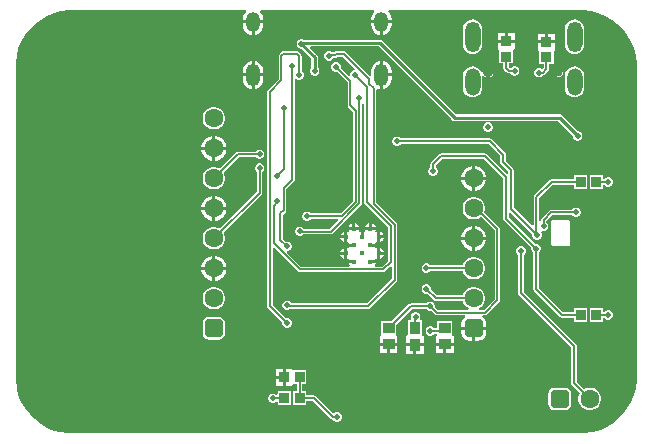
<source format=gbl>
G04*
G04 #@! TF.GenerationSoftware,Altium Limited,Altium Designer,25.2.1 (25)*
G04*
G04 Layer_Physical_Order=2*
G04 Layer_Color=16711680*
%FSLAX25Y25*%
%MOIN*%
G70*
G04*
G04 #@! TF.SameCoordinates,19AB45F0-FF71-4E06-AC9F-8C434743CFD0*
G04*
G04*
G04 #@! TF.FilePolarity,Positive*
G04*
G01*
G75*
%ADD17C,0.01000*%
%ADD22R,0.03347X0.03740*%
%ADD25R,0.03740X0.03347*%
%ADD31R,0.03937X0.03543*%
%ADD33R,0.03812X0.03963*%
G04:AMPARAMS|DCode=68|XSize=33.47mil|YSize=23.62mil|CornerRadius=11.81mil|HoleSize=0mil|Usage=FLASHONLY|Rotation=180.000|XOffset=0mil|YOffset=0mil|HoleType=Round|Shape=RoundedRectangle|*
%AMROUNDEDRECTD68*
21,1,0.03347,0.00000,0,0,180.0*
21,1,0.00984,0.02362,0,0,180.0*
1,1,0.02362,-0.00492,0.00000*
1,1,0.02362,0.00492,0.00000*
1,1,0.02362,0.00492,0.00000*
1,1,0.02362,-0.00492,0.00000*
%
%ADD68ROUNDEDRECTD68*%
%ADD69C,0.02362*%
G04:AMPARAMS|DCode=70|XSize=51.18mil|YSize=102.36mil|CornerRadius=25.59mil|HoleSize=0mil|Usage=FLASHONLY|Rotation=180.000|XOffset=0mil|YOffset=0mil|HoleType=Round|Shape=RoundedRectangle|*
%AMROUNDEDRECTD70*
21,1,0.05118,0.05118,0,0,180.0*
21,1,0.00000,0.10236,0,0,180.0*
1,1,0.05118,0.00000,0.02559*
1,1,0.05118,0.00000,0.02559*
1,1,0.05118,0.00000,-0.02559*
1,1,0.05118,0.00000,-0.02559*
%
%ADD70ROUNDEDRECTD70*%
G04:AMPARAMS|DCode=71|XSize=51.18mil|YSize=90.55mil|CornerRadius=25.59mil|HoleSize=0mil|Usage=FLASHONLY|Rotation=180.000|XOffset=0mil|YOffset=0mil|HoleType=Round|Shape=RoundedRectangle|*
%AMROUNDEDRECTD71*
21,1,0.05118,0.03937,0,0,180.0*
21,1,0.00000,0.09055,0,0,180.0*
1,1,0.05118,0.00000,0.01968*
1,1,0.05118,0.00000,0.01968*
1,1,0.05118,0.00000,-0.01968*
1,1,0.05118,0.00000,-0.01968*
%
%ADD71ROUNDEDRECTD71*%
%ADD75C,0.00600*%
%ADD76C,0.01575*%
%ADD77C,0.06299*%
G04:AMPARAMS|DCode=78|XSize=62.99mil|YSize=62.99mil|CornerRadius=15.75mil|HoleSize=0mil|Usage=FLASHONLY|Rotation=0.000|XOffset=0mil|YOffset=0mil|HoleType=Round|Shape=RoundedRectangle|*
%AMROUNDEDRECTD78*
21,1,0.06299,0.03150,0,0,0.0*
21,1,0.03150,0.06299,0,0,0.0*
1,1,0.03150,0.01575,-0.01575*
1,1,0.03150,-0.01575,-0.01575*
1,1,0.03150,-0.01575,0.01575*
1,1,0.03150,0.01575,0.01575*
%
%ADD78ROUNDEDRECTD78*%
%ADD79O,0.04724X0.07480*%
%ADD80O,0.04724X0.06693*%
G04:AMPARAMS|DCode=81|XSize=62.99mil|YSize=62.99mil|CornerRadius=15.75mil|HoleSize=0mil|Usage=FLASHONLY|Rotation=90.000|XOffset=0mil|YOffset=0mil|HoleType=Round|Shape=RoundedRectangle|*
%AMROUNDEDRECTD81*
21,1,0.06299,0.03150,0,0,90.0*
21,1,0.03150,0.06299,0,0,90.0*
1,1,0.03150,0.01575,0.01575*
1,1,0.03150,0.01575,-0.01575*
1,1,0.03150,-0.01575,-0.01575*
1,1,0.03150,-0.01575,0.01575*
%
%ADD81ROUNDEDRECTD81*%
%ADD82C,0.01968*%
G36*
X192668Y141591D02*
X195059Y140950D01*
X197346Y140003D01*
X199489Y138765D01*
X201453Y137258D01*
X203203Y135508D01*
X204710Y133544D01*
X205948Y131401D01*
X206895Y129114D01*
X207536Y126723D01*
X207859Y124269D01*
Y123031D01*
Y19685D01*
Y18447D01*
X207536Y15993D01*
X206895Y13602D01*
X205948Y11316D01*
X204710Y9172D01*
X203203Y7208D01*
X201453Y5458D01*
X199489Y3951D01*
X197346Y2714D01*
X195059Y1767D01*
X192668Y1126D01*
X190214Y803D01*
X18447D01*
X15993Y1126D01*
X13602Y1767D01*
X11316Y2714D01*
X9172Y3951D01*
X7208Y5458D01*
X5458Y7208D01*
X3951Y9172D01*
X2714Y11316D01*
X1767Y13602D01*
X1126Y15993D01*
X803Y18447D01*
Y19685D01*
Y123031D01*
Y124269D01*
X1126Y126723D01*
X1767Y129114D01*
X2714Y131401D01*
X3951Y133544D01*
X5458Y135508D01*
X7208Y137258D01*
X9172Y138765D01*
X11316Y140003D01*
X13602Y140950D01*
X15993Y141591D01*
X18447Y141914D01*
X77503D01*
X77673Y141414D01*
X77622Y141374D01*
X77083Y140672D01*
X76744Y139854D01*
X76629Y138976D01*
Y138492D01*
X80020D01*
X83411D01*
Y138976D01*
X83296Y139854D01*
X82957Y140672D01*
X82418Y141374D01*
X82366Y141414D01*
X82536Y141914D01*
X120220D01*
X120390Y141414D01*
X120338Y141374D01*
X119799Y140672D01*
X119460Y139854D01*
X119345Y138976D01*
Y138492D01*
X122736D01*
X126127D01*
Y138976D01*
X126012Y139854D01*
X125673Y140672D01*
X125134Y141374D01*
X125083Y141414D01*
X125253Y141914D01*
X190214D01*
X192668Y141591D01*
D02*
G37*
%LPC*%
G36*
X79520Y137492D02*
X76629D01*
Y137008D01*
X76744Y136130D01*
X77083Y135312D01*
X77622Y134610D01*
X78324Y134071D01*
X79142Y133732D01*
X79520Y133683D01*
Y137492D01*
D02*
G37*
G36*
X126127D02*
X123236D01*
Y133683D01*
X123614Y133732D01*
X124432Y134071D01*
X125134Y134610D01*
X125673Y135312D01*
X126012Y136130D01*
X126127Y137008D01*
Y137492D01*
D02*
G37*
G36*
X122236D02*
X119345D01*
Y137008D01*
X119460Y136130D01*
X119799Y135312D01*
X120338Y134610D01*
X121041Y134071D01*
X121859Y133732D01*
X122236Y133683D01*
Y137492D01*
D02*
G37*
G36*
X83411D02*
X80520D01*
Y133683D01*
X80897Y133732D01*
X81715Y134071D01*
X82418Y134610D01*
X82957Y135312D01*
X83296Y136130D01*
X83411Y137008D01*
Y137492D01*
D02*
G37*
G36*
X167240Y134169D02*
X164870D01*
Y131996D01*
X167240D01*
Y134169D01*
D02*
G37*
G36*
X163870D02*
X161500D01*
Y131996D01*
X163870D01*
Y134169D01*
D02*
G37*
G36*
X180626Y134012D02*
X178256D01*
Y131839D01*
X180626D01*
Y134012D01*
D02*
G37*
G36*
X177256D02*
X174886D01*
Y131839D01*
X177256D01*
Y134012D01*
D02*
G37*
G36*
X187178Y138796D02*
X186354Y138688D01*
X185585Y138369D01*
X184925Y137863D01*
X184419Y137203D01*
X184101Y136435D01*
X183992Y135610D01*
Y130492D01*
X184101Y129667D01*
X184419Y128899D01*
X184925Y128239D01*
X185585Y127733D01*
X186354Y127414D01*
X187178Y127306D01*
X188003Y127414D01*
X188771Y127733D01*
X189431Y128239D01*
X189938Y128899D01*
X190256Y129667D01*
X190365Y130492D01*
Y135610D01*
X190256Y136435D01*
X189938Y137203D01*
X189431Y137863D01*
X188771Y138369D01*
X188003Y138688D01*
X187178Y138796D01*
D02*
G37*
G36*
X153163D02*
X152338Y138688D01*
X151569Y138369D01*
X150909Y137863D01*
X150403Y137203D01*
X150085Y136435D01*
X149976Y135610D01*
Y130492D01*
X150085Y129667D01*
X150403Y128899D01*
X150909Y128239D01*
X151569Y127733D01*
X152338Y127414D01*
X153163Y127306D01*
X153987Y127414D01*
X154756Y127733D01*
X155416Y128239D01*
X155922Y128899D01*
X156240Y129667D01*
X156349Y130492D01*
Y135610D01*
X156240Y136435D01*
X155922Y137203D01*
X155416Y137863D01*
X154756Y138369D01*
X153987Y138688D01*
X153163Y138796D01*
D02*
G37*
G36*
X180626Y130839D02*
X177756D01*
X174886D01*
Y128666D01*
X174999D01*
X175386Y128394D01*
X175386Y128166D01*
Y124047D01*
X176839D01*
Y122676D01*
X176342Y122179D01*
X176135Y122387D01*
X175553Y122628D01*
X174923D01*
X174342Y122387D01*
X173896Y121942D01*
X173655Y121360D01*
Y120730D01*
X173896Y120149D01*
X174342Y119704D01*
X174923Y119463D01*
X175553D01*
X176135Y119704D01*
X176572Y120141D01*
X176857Y120198D01*
X177155Y120396D01*
X178405Y121647D01*
X178604Y121944D01*
X178674Y122295D01*
Y124047D01*
X180126D01*
Y128166D01*
X180126Y128394D01*
X180514Y128666D01*
X180626D01*
Y130839D01*
D02*
G37*
G36*
X123236Y124979D02*
Y120776D01*
X126127D01*
Y121653D01*
X126012Y122531D01*
X125673Y123349D01*
X125134Y124051D01*
X124432Y124590D01*
X123614Y124929D01*
X123236Y124979D01*
D02*
G37*
G36*
X80520Y124979D02*
Y120776D01*
X83411D01*
Y121653D01*
X83296Y122531D01*
X82957Y123349D01*
X82418Y124051D01*
X81715Y124590D01*
X80897Y124929D01*
X80520Y124979D01*
D02*
G37*
G36*
X79520Y124979D02*
X79142Y124929D01*
X78324Y124590D01*
X77622Y124051D01*
X77083Y123349D01*
X76744Y122531D01*
X76629Y121653D01*
Y120776D01*
X79520D01*
Y124979D01*
D02*
G37*
G36*
X105639Y128263D02*
X105009D01*
X104427Y128022D01*
X103982Y127577D01*
X103741Y126995D01*
Y126365D01*
X103982Y125784D01*
X104427Y125338D01*
X105009Y125098D01*
X105639D01*
X106220Y125338D01*
X106666Y125784D01*
X106765Y126024D01*
X107147D01*
X107498Y126094D01*
X107796Y126293D01*
X107888Y126386D01*
X109915D01*
X113942Y122358D01*
X113735Y121858D01*
X113662D01*
X113080Y121617D01*
X112635Y121172D01*
X112394Y120590D01*
Y120221D01*
X111894Y120014D01*
X109260Y122648D01*
Y123248D01*
X109019Y123830D01*
X108574Y124275D01*
X107992Y124516D01*
X107362D01*
X106781Y124275D01*
X106335Y123830D01*
X106095Y123248D01*
Y122618D01*
X106335Y122037D01*
X106781Y121591D01*
X107362Y121350D01*
X107962D01*
X111484Y117829D01*
Y110321D01*
X111554Y109970D01*
X111753Y109672D01*
X113395Y108030D01*
Y78369D01*
X109132Y74107D01*
X99253D01*
X98829Y74531D01*
X98248Y74772D01*
X97618D01*
X97036Y74531D01*
X96591Y74086D01*
X96350Y73504D01*
Y72874D01*
X96591Y72293D01*
X97036Y71847D01*
X97618Y71606D01*
X98248D01*
X98829Y71847D01*
X99253Y72272D01*
X108199D01*
X108390Y71810D01*
X105543Y68962D01*
X96854D01*
X96834Y69012D01*
X96389Y69457D01*
X95807Y69698D01*
X95177D01*
X94595Y69457D01*
X94150Y69012D01*
X93909Y68431D01*
Y67801D01*
X94150Y67219D01*
X94595Y66774D01*
X95177Y66533D01*
X95807D01*
X96389Y66774D01*
X96742Y67127D01*
X105923D01*
X106274Y67197D01*
X106572Y67396D01*
X116061Y76885D01*
X116260Y77183D01*
X116330Y77534D01*
Y110840D01*
X116515Y110976D01*
X117015Y110722D01*
Y77835D01*
X117085Y77483D01*
X117284Y77186D01*
X124968Y69502D01*
Y58353D01*
X123045Y56429D01*
X120688D01*
X120481Y56929D01*
X120610Y57059D01*
X120822Y57571D01*
X119095D01*
Y58571D01*
X120822D01*
X120719Y58820D01*
X121102Y59202D01*
X121351Y59099D01*
Y60827D01*
Y62555D01*
X121102Y62452D01*
X120719Y62834D01*
X120822Y63083D01*
X119095D01*
Y64083D01*
X120822D01*
X120719Y64331D01*
X121102Y64714D01*
X121351Y64611D01*
Y66339D01*
Y68066D01*
X121102Y67963D01*
X120719Y68346D01*
X120822Y68595D01*
X119095D01*
X117367D01*
X117470Y68346D01*
X117087Y67963D01*
X116839Y68066D01*
Y66339D01*
X115839D01*
Y68066D01*
X115590Y67963D01*
X115207Y68346D01*
X115310Y68595D01*
X113583D01*
X111855D01*
X111958Y68346D01*
X111576Y67963D01*
X111327Y68066D01*
Y66339D01*
Y64611D01*
X111575Y64714D01*
X111958Y64332D01*
X111855Y64083D01*
X113583D01*
Y63083D01*
X111855D01*
X111958Y62834D01*
X111576Y62451D01*
X111327Y62555D01*
Y60827D01*
Y59099D01*
X111576Y59202D01*
X111958Y58820D01*
X111855Y58571D01*
X113583D01*
Y57571D01*
X111855D01*
X112067Y57059D01*
X112197Y56929D01*
X111989Y56429D01*
X95909D01*
X91232Y61106D01*
X91439Y61607D01*
X91572D01*
X92154Y61847D01*
X92599Y62293D01*
X92840Y62874D01*
Y63504D01*
X92599Y64086D01*
X92154Y64531D01*
X91572Y64772D01*
X90973D01*
X90000Y65744D01*
Y73755D01*
X90847Y74602D01*
X91046Y74900D01*
X91116Y75251D01*
Y82298D01*
X93582Y84763D01*
X93781Y85061D01*
X93851Y85412D01*
Y118850D01*
X94351Y119057D01*
X94473Y118934D01*
X95055Y118693D01*
X95685D01*
X96267Y118934D01*
X96712Y119379D01*
X96953Y119961D01*
Y120590D01*
X96712Y121172D01*
X96267Y121617D01*
X96135Y121672D01*
Y126713D01*
X96065Y127064D01*
X95866Y127362D01*
X95275Y127952D01*
X94978Y128151D01*
X94627Y128221D01*
X90042D01*
X89691Y128151D01*
X89393Y127952D01*
X88802Y127362D01*
X88604Y127064D01*
X88534Y126713D01*
Y118853D01*
X84981Y115301D01*
X84782Y115003D01*
X84712Y114652D01*
Y43335D01*
X84782Y42984D01*
X84981Y42687D01*
X89784Y37883D01*
Y37284D01*
X90025Y36702D01*
X90470Y36257D01*
X91052Y36016D01*
X91682D01*
X92264Y36257D01*
X92709Y36702D01*
X92950Y37284D01*
Y37913D01*
X92709Y38495D01*
X92264Y38940D01*
X91682Y39181D01*
X91082D01*
X86548Y43716D01*
Y62542D01*
X87010Y62734D01*
X94880Y54863D01*
X95178Y54664D01*
X95529Y54594D01*
X123425D01*
X123776Y54664D01*
X124074Y54863D01*
X125797Y56586D01*
X126259Y56394D01*
Y52478D01*
X117887Y44107D01*
X92838D01*
X92709Y44419D01*
X92264Y44864D01*
X91682Y45105D01*
X91052D01*
X90470Y44864D01*
X90025Y44419D01*
X89784Y43837D01*
Y43208D01*
X90025Y42626D01*
X90470Y42181D01*
X91052Y41940D01*
X91682D01*
X92264Y42181D01*
X92354Y42272D01*
X118268D01*
X118619Y42341D01*
X118916Y42540D01*
X127825Y51449D01*
X128024Y51747D01*
X128094Y52098D01*
Y68898D01*
Y70147D01*
X128024Y70498D01*
X127825Y70796D01*
X121116Y77505D01*
Y115388D01*
X121616Y115722D01*
X121859Y115622D01*
X122236Y115572D01*
Y120276D01*
Y124979D01*
X121859Y124929D01*
X121041Y124590D01*
X120338Y124051D01*
X119799Y123349D01*
X119460Y122531D01*
X119345Y121653D01*
Y120204D01*
X118883Y120013D01*
X110944Y127952D01*
X110646Y128151D01*
X110295Y128221D01*
X107508D01*
X107157Y128151D01*
X106859Y127952D01*
X106767Y127860D01*
X106383D01*
X106220Y128022D01*
X105639Y128263D01*
D02*
G37*
G36*
X167240Y130996D02*
X164370D01*
X161500D01*
Y128823D01*
X161612D01*
X162000Y128551D01*
X162000Y128323D01*
Y124205D01*
X163452D01*
Y122617D01*
X163522Y122266D01*
X163721Y121968D01*
X164280Y121409D01*
X164325Y121379D01*
X164595Y121109D01*
X164893Y120910D01*
X165244Y120841D01*
X165724D01*
X165786Y120690D01*
X166232Y120245D01*
X166813Y120004D01*
X167443D01*
X168025Y120245D01*
X168470Y120690D01*
X168711Y121272D01*
Y121901D01*
X168470Y122483D01*
X168025Y122928D01*
X167443Y123169D01*
X166813D01*
X166232Y122928D01*
X165979Y122676D01*
X165624D01*
X165593Y122707D01*
X165548Y122737D01*
X165288Y122997D01*
Y124205D01*
X166740D01*
Y128323D01*
X166740Y128551D01*
X167128Y128823D01*
X167240D01*
Y130996D01*
D02*
G37*
G36*
X182217Y122027D02*
X181747D01*
X181313Y121847D01*
X180980Y121515D01*
X180800Y121081D01*
Y120611D01*
X180980Y120177D01*
X181313Y119845D01*
X181747Y119665D01*
X182217D01*
X182651Y119845D01*
X182983Y120177D01*
X183163Y120611D01*
Y121081D01*
X182983Y121515D01*
X182651Y121847D01*
X182217Y122027D01*
D02*
G37*
G36*
X153163Y123147D02*
X152338Y123038D01*
X151569Y122720D01*
X150909Y122213D01*
X150403Y121553D01*
X150085Y120785D01*
X149976Y119960D01*
Y116023D01*
X150085Y115199D01*
X150403Y114430D01*
X150909Y113770D01*
X151569Y113264D01*
X152338Y112945D01*
X153163Y112837D01*
X153987Y112945D01*
X154756Y113264D01*
X155416Y113770D01*
X155922Y114430D01*
X156240Y115199D01*
X156349Y116023D01*
Y119960D01*
X156407Y120005D01*
X157016Y119995D01*
X157406Y119734D01*
X157867Y119642D01*
X158852D01*
X159312Y119734D01*
X159703Y119995D01*
X159964Y120385D01*
X160056Y120846D01*
X159964Y121307D01*
X159703Y121698D01*
X159312Y121959D01*
X158852Y122050D01*
X157867D01*
X157406Y121959D01*
X157016Y121698D01*
X156755Y121307D01*
X156693Y120998D01*
X156173Y120947D01*
X155922Y121553D01*
X155416Y122213D01*
X154756Y122720D01*
X153987Y123038D01*
X153163Y123147D01*
D02*
G37*
G36*
X79520Y119776D02*
X76629D01*
Y118898D01*
X76744Y118020D01*
X77083Y117202D01*
X77622Y116500D01*
X78324Y115961D01*
X79142Y115622D01*
X79520Y115572D01*
Y119776D01*
D02*
G37*
G36*
X126127D02*
X123236D01*
Y115572D01*
X123614Y115622D01*
X124432Y115961D01*
X125134Y116500D01*
X125673Y117202D01*
X126012Y118020D01*
X126127Y118898D01*
Y119776D01*
D02*
G37*
G36*
X83411D02*
X80520D01*
Y115572D01*
X80897Y115622D01*
X81715Y115961D01*
X82418Y116500D01*
X82957Y117202D01*
X83296Y118020D01*
X83411Y118898D01*
Y119776D01*
D02*
G37*
G36*
X187178Y123147D02*
X186354Y123038D01*
X185585Y122720D01*
X184925Y122213D01*
X184419Y121553D01*
X184101Y120785D01*
X183992Y119960D01*
Y116023D01*
X184101Y115199D01*
X184419Y114430D01*
X184925Y113770D01*
X185585Y113264D01*
X186354Y112945D01*
X187178Y112837D01*
X188003Y112945D01*
X188771Y113264D01*
X189431Y113770D01*
X189938Y114430D01*
X190256Y115199D01*
X190365Y116023D01*
Y119960D01*
X190256Y120785D01*
X189938Y121553D01*
X189431Y122213D01*
X188771Y122720D01*
X188003Y123038D01*
X187178Y123147D01*
D02*
G37*
G36*
X67423Y109616D02*
X66436D01*
X65482Y109360D01*
X64627Y108867D01*
X63929Y108168D01*
X63435Y107314D01*
X63180Y106360D01*
Y105373D01*
X63435Y104419D01*
X63929Y103564D01*
X64627Y102866D01*
X65482Y102372D01*
X66436Y102117D01*
X67423D01*
X68376Y102372D01*
X69231Y102866D01*
X69930Y103564D01*
X70423Y104419D01*
X70679Y105373D01*
Y106360D01*
X70423Y107314D01*
X69930Y108168D01*
X69231Y108867D01*
X68376Y109360D01*
X67423Y109616D01*
D02*
G37*
G36*
X158656Y104448D02*
X158026D01*
X157444Y104208D01*
X156999Y103762D01*
X156758Y103181D01*
Y102551D01*
X156999Y101969D01*
X157444Y101524D01*
X158026Y101283D01*
X158656D01*
X159237Y101524D01*
X159683Y101969D01*
X159924Y102551D01*
Y103181D01*
X159683Y103762D01*
X159237Y104208D01*
X158656Y104448D01*
D02*
G37*
G36*
X96433Y132205D02*
X95803D01*
X95221Y131964D01*
X94776Y131519D01*
X94535Y130937D01*
Y130307D01*
X94776Y129726D01*
X95221Y129280D01*
X95803Y129040D01*
X96114D01*
X99357Y125797D01*
Y122694D01*
X99136Y122474D01*
X98895Y121892D01*
Y121262D01*
X99136Y120681D01*
X99581Y120235D01*
X100163Y119994D01*
X100793D01*
X101374Y120235D01*
X101820Y120681D01*
X102061Y121262D01*
Y121892D01*
X101820Y122474D01*
X101600Y122694D01*
Y126262D01*
X101514Y126691D01*
X101271Y127055D01*
X101271Y127055D01*
X99004Y129322D01*
X99196Y129784D01*
X121935D01*
X146422Y105297D01*
X146785Y105054D01*
X147215Y104969D01*
X147215Y104969D01*
X181665D01*
X186542Y100092D01*
Y99648D01*
X186783Y99067D01*
X187229Y98621D01*
X187810Y98381D01*
X188440D01*
X189022Y98621D01*
X189467Y99067D01*
X189708Y99648D01*
Y100278D01*
X189467Y100860D01*
X189022Y101305D01*
X188440Y101546D01*
X188260D01*
X182923Y106884D01*
X182559Y107127D01*
X182130Y107212D01*
X182130Y107212D01*
X147679D01*
X123193Y131698D01*
X122829Y131942D01*
X122400Y132027D01*
X122400Y132027D01*
X96862D01*
X96433Y132205D01*
D02*
G37*
G36*
X67475Y100016D02*
X67429D01*
Y96366D01*
X71079D01*
Y96412D01*
X70796Y97468D01*
X70250Y98414D01*
X69477Y99187D01*
X68531Y99733D01*
X67475Y100016D01*
D02*
G37*
G36*
X66429D02*
X66383D01*
X65328Y99733D01*
X64381Y99187D01*
X63609Y98414D01*
X63062Y97468D01*
X62780Y96412D01*
Y96366D01*
X66429D01*
Y100016D01*
D02*
G37*
G36*
X82447Y95431D02*
X81818D01*
X81236Y95190D01*
X80812Y94766D01*
X74912D01*
X74560Y94696D01*
X74263Y94497D01*
X68851Y89086D01*
X68376Y89360D01*
X67423Y89616D01*
X66436D01*
X65482Y89360D01*
X64627Y88867D01*
X63929Y88169D01*
X63435Y87313D01*
X63180Y86360D01*
Y85373D01*
X63435Y84419D01*
X63929Y83564D01*
X64627Y82866D01*
X65482Y82372D01*
X66436Y82117D01*
X67423D01*
X68376Y82372D01*
X69231Y82866D01*
X69930Y83564D01*
X70423Y84419D01*
X70679Y85373D01*
Y86360D01*
X70423Y87313D01*
X70149Y87788D01*
X75292Y92931D01*
X80812D01*
X81236Y92507D01*
X81818Y92266D01*
X82447D01*
X83029Y92507D01*
X83474Y92952D01*
X83715Y93534D01*
Y94163D01*
X83474Y94745D01*
X83029Y95190D01*
X82447Y95431D01*
D02*
G37*
G36*
X71079Y95366D02*
X67429D01*
Y91717D01*
X67475D01*
X68531Y91999D01*
X69477Y92546D01*
X70250Y93318D01*
X70796Y94265D01*
X71079Y95320D01*
Y95366D01*
D02*
G37*
G36*
X66429D02*
X62780D01*
Y95320D01*
X63062Y94265D01*
X63609Y93318D01*
X64381Y92546D01*
X65328Y91999D01*
X66383Y91717D01*
X66429D01*
Y95366D01*
D02*
G37*
G36*
X128248Y99772D02*
X127618D01*
X127036Y99531D01*
X126591Y99086D01*
X126350Y98504D01*
Y97874D01*
X126591Y97293D01*
X127036Y96847D01*
X127618Y96606D01*
X128248D01*
X128830Y96847D01*
X129254Y97272D01*
X158481D01*
X162376Y93376D01*
Y91200D01*
X162446Y90848D01*
X162645Y90551D01*
X164996Y88199D01*
Y87544D01*
X164534Y87353D01*
X158049Y93838D01*
X157751Y94037D01*
X157400Y94107D01*
X142708D01*
X142357Y94037D01*
X142059Y93838D01*
X139332Y91110D01*
X139133Y90813D01*
X139063Y90462D01*
Y89510D01*
X138639Y89086D01*
X138398Y88504D01*
Y87874D01*
X138639Y87293D01*
X139084Y86847D01*
X139666Y86607D01*
X140295D01*
X140877Y86847D01*
X141322Y87293D01*
X141563Y87874D01*
Y88504D01*
X141322Y89086D01*
X140898Y89510D01*
Y90082D01*
X143088Y92272D01*
X157020D01*
X163446Y85845D01*
Y72436D01*
X163516Y72085D01*
X163715Y71787D01*
X172788Y62714D01*
Y62115D01*
X173029Y61533D01*
X173453Y61109D01*
Y48979D01*
X173523Y48628D01*
X173722Y48331D01*
X182347Y39706D01*
X182644Y39507D01*
X182996Y39437D01*
X187042D01*
Y37984D01*
X191388D01*
Y42724D01*
X187042D01*
Y41272D01*
X183376D01*
X175288Y49360D01*
Y61109D01*
X175712Y61533D01*
X175953Y62115D01*
Y62744D01*
X175712Y63326D01*
X175267Y63771D01*
X174685Y64012D01*
X174086D01*
X165282Y72816D01*
Y74433D01*
X165744Y74625D01*
X173103Y67265D01*
Y66666D01*
X173344Y66084D01*
X173789Y65639D01*
X174371Y65398D01*
X175000D01*
X175582Y65639D01*
X176027Y66084D01*
X176268Y66666D01*
Y67295D01*
X176027Y67877D01*
X175896Y68009D01*
X176179Y68432D01*
X176554Y68277D01*
X177184D01*
X177766Y68518D01*
X178211Y68963D01*
X178452Y69545D01*
Y70174D01*
X178211Y70756D01*
X177787Y71180D01*
Y71503D01*
X179833Y73548D01*
X186338D01*
X186762Y73124D01*
X187344Y72883D01*
X187974D01*
X188555Y73124D01*
X189001Y73570D01*
X189242Y74151D01*
Y74781D01*
X189001Y75363D01*
X188555Y75808D01*
X187974Y76049D01*
X187344D01*
X186762Y75808D01*
X186338Y75384D01*
X179453D01*
X179101Y75314D01*
X178804Y75115D01*
X176220Y72531D01*
X176021Y72234D01*
X175951Y71883D01*
Y71566D01*
X175841Y71492D01*
X175341Y71759D01*
Y79162D01*
X179907Y83728D01*
X187042D01*
Y82276D01*
X191389D01*
Y87016D01*
X187042D01*
Y85563D01*
X179527D01*
X179176Y85493D01*
X178878Y85295D01*
X173775Y80191D01*
X173576Y79893D01*
X173506Y79542D01*
Y70111D01*
X173044Y69920D01*
X166831Y76132D01*
Y88579D01*
X166761Y88931D01*
X166562Y89228D01*
X164211Y91580D01*
Y93757D01*
X164141Y94108D01*
X163942Y94405D01*
X159510Y98838D01*
X159212Y99037D01*
X158861Y99107D01*
X129254D01*
X128830Y99531D01*
X128248Y99772D01*
D02*
G37*
G36*
X154089Y90016D02*
X154043D01*
Y86366D01*
X157693D01*
Y86413D01*
X157410Y87468D01*
X156864Y88414D01*
X156091Y89187D01*
X155145Y89733D01*
X154089Y90016D01*
D02*
G37*
G36*
X153043D02*
X152997D01*
X151942Y89733D01*
X150995Y89187D01*
X150223Y88414D01*
X149676Y87468D01*
X149394Y86413D01*
Y86366D01*
X153043D01*
Y90016D01*
D02*
G37*
G36*
X196507Y87016D02*
X192160D01*
Y82276D01*
X196507D01*
Y83728D01*
X197105D01*
X197529Y83304D01*
X198110Y83063D01*
X198740D01*
X199322Y83304D01*
X199767Y83749D01*
X200008Y84331D01*
Y84961D01*
X199767Y85542D01*
X199322Y85987D01*
X198740Y86228D01*
X198110D01*
X197529Y85987D01*
X197105Y85563D01*
X196507D01*
Y87016D01*
D02*
G37*
G36*
X157693Y85366D02*
X154043D01*
Y81717D01*
X154089D01*
X155145Y81999D01*
X156091Y82546D01*
X156864Y83318D01*
X157410Y84264D01*
X157693Y85320D01*
Y85366D01*
D02*
G37*
G36*
X153043D02*
X149394D01*
Y85320D01*
X149676Y84264D01*
X150223Y83318D01*
X150995Y82546D01*
X151942Y81999D01*
X152997Y81717D01*
X153043D01*
Y85366D01*
D02*
G37*
G36*
X67475Y80016D02*
X67429D01*
Y76366D01*
X71079D01*
Y76412D01*
X70796Y77468D01*
X70250Y78414D01*
X69477Y79187D01*
X68531Y79733D01*
X67475Y80016D01*
D02*
G37*
G36*
X66429D02*
X66383D01*
X65328Y79733D01*
X64381Y79187D01*
X63609Y78414D01*
X63062Y77468D01*
X62780Y76412D01*
Y76366D01*
X66429D01*
Y80016D01*
D02*
G37*
G36*
X71079Y75366D02*
X67429D01*
Y71717D01*
X67475D01*
X68531Y71999D01*
X69477Y72546D01*
X70250Y73318D01*
X70796Y74265D01*
X71079Y75320D01*
Y75366D01*
D02*
G37*
G36*
X66429D02*
X62780D01*
Y75320D01*
X63062Y74265D01*
X63609Y73318D01*
X64381Y72546D01*
X65328Y71999D01*
X66383Y71717D01*
X66429D01*
Y75366D01*
D02*
G37*
G36*
X119595Y70822D02*
Y69595D01*
X120822D01*
X120610Y70107D01*
X120107Y70610D01*
X119595Y70822D01*
D02*
G37*
G36*
X114083Y70822D02*
Y69595D01*
X115310D01*
X115098Y70107D01*
X114595Y70610D01*
X114083Y70822D01*
D02*
G37*
G36*
X113083Y70822D02*
X112570Y70610D01*
X112067Y70107D01*
X111855Y69595D01*
X113083D01*
Y70822D01*
D02*
G37*
G36*
X118595Y70822D02*
X118082Y70610D01*
X117579Y70107D01*
X117367Y69595D01*
X118595D01*
Y70822D01*
D02*
G37*
G36*
X82447Y90793D02*
X81818D01*
X81236Y90552D01*
X80791Y90106D01*
X80550Y89525D01*
Y88895D01*
X80791Y88313D01*
X81215Y87889D01*
Y81450D01*
X68851Y69086D01*
X68376Y69360D01*
X67423Y69616D01*
X66436D01*
X65482Y69360D01*
X64627Y68867D01*
X63929Y68168D01*
X63435Y67313D01*
X63180Y66360D01*
Y65373D01*
X63435Y64419D01*
X63929Y63564D01*
X64627Y62866D01*
X65482Y62372D01*
X66436Y62117D01*
X67423D01*
X68376Y62372D01*
X69231Y62866D01*
X69930Y63564D01*
X70423Y64419D01*
X70679Y65373D01*
Y66360D01*
X70423Y67313D01*
X70149Y67788D01*
X82781Y80421D01*
X82980Y80718D01*
X83050Y81069D01*
Y87889D01*
X83474Y88313D01*
X83715Y88895D01*
Y89525D01*
X83474Y90106D01*
X83029Y90552D01*
X82447Y90793D01*
D02*
G37*
G36*
X122351Y68066D02*
Y66839D01*
X123578D01*
X123366Y67351D01*
X122863Y67854D01*
X122351Y68066D01*
D02*
G37*
G36*
X110327D02*
X109814Y67854D01*
X109311Y67351D01*
X109099Y66839D01*
X110327D01*
Y68066D01*
D02*
G37*
G36*
X154089Y70016D02*
X154043D01*
Y66366D01*
X157693D01*
Y66413D01*
X157410Y67468D01*
X156864Y68414D01*
X156091Y69187D01*
X155145Y69733D01*
X154089Y70016D01*
D02*
G37*
G36*
X153043D02*
X152997D01*
X151942Y69733D01*
X150995Y69187D01*
X150223Y68414D01*
X149676Y67468D01*
X149394Y66413D01*
Y66366D01*
X153043D01*
Y70016D01*
D02*
G37*
G36*
X123578Y65839D02*
X122351D01*
Y64611D01*
X122863Y64824D01*
X123366Y65326D01*
X123578Y65839D01*
D02*
G37*
G36*
X110327D02*
X109099D01*
X109311Y65326D01*
X109814Y64824D01*
X110327Y64611D01*
Y65839D01*
D02*
G37*
G36*
X185137Y71867D02*
X179822D01*
X179363Y71677D01*
X179173Y71218D01*
Y63934D01*
X179363Y63475D01*
X179822Y63285D01*
X185137D01*
X185597Y63475D01*
X185787Y63934D01*
Y71218D01*
X185597Y71677D01*
X185137Y71867D01*
D02*
G37*
G36*
X157693Y65366D02*
X154043D01*
Y61717D01*
X154089D01*
X155145Y61999D01*
X156091Y62546D01*
X156864Y63318D01*
X157410Y64265D01*
X157693Y65320D01*
Y65366D01*
D02*
G37*
G36*
X153043D02*
X149394D01*
Y65320D01*
X149676Y64265D01*
X150223Y63318D01*
X150995Y62546D01*
X151942Y61999D01*
X152997Y61717D01*
X153043D01*
Y65366D01*
D02*
G37*
G36*
X122351Y62555D02*
Y61327D01*
X123578D01*
X123366Y61839D01*
X122863Y62342D01*
X122351Y62555D01*
D02*
G37*
G36*
X110327D02*
X109814Y62342D01*
X109311Y61839D01*
X109099Y61327D01*
X110327D01*
Y62555D01*
D02*
G37*
G36*
X123578Y60327D02*
X122351D01*
Y59099D01*
X122863Y59312D01*
X123366Y59815D01*
X123578Y60327D01*
D02*
G37*
G36*
X110327D02*
X109099D01*
X109311Y59815D01*
X109814Y59312D01*
X110327Y59099D01*
Y60327D01*
D02*
G37*
G36*
X154037Y59616D02*
X153050D01*
X152096Y59360D01*
X151241Y58867D01*
X150543Y58169D01*
X150049Y57314D01*
X149907Y56784D01*
X139038D01*
X138613Y57208D01*
X138032Y57449D01*
X137402D01*
X136820Y57208D01*
X136375Y56763D01*
X136134Y56181D01*
Y55551D01*
X136375Y54970D01*
X136820Y54524D01*
X137402Y54283D01*
X138032D01*
X138613Y54524D01*
X139038Y54949D01*
X149907D01*
X150049Y54419D01*
X150543Y53564D01*
X151241Y52866D01*
X152096Y52372D01*
X153050Y52117D01*
X154037D01*
X154990Y52372D01*
X155845Y52866D01*
X156544Y53564D01*
X157037Y54419D01*
X157293Y55373D01*
Y56360D01*
X157037Y57314D01*
X156544Y58169D01*
X155845Y58867D01*
X154990Y59360D01*
X154037Y59616D01*
D02*
G37*
G36*
X67475Y60016D02*
X67429D01*
Y56366D01*
X71079D01*
Y56413D01*
X70796Y57468D01*
X70250Y58414D01*
X69477Y59187D01*
X68531Y59733D01*
X67475Y60016D01*
D02*
G37*
G36*
X66429D02*
X66383D01*
X65328Y59733D01*
X64381Y59187D01*
X63609Y58414D01*
X63062Y57468D01*
X62780Y56413D01*
Y56366D01*
X66429D01*
Y60016D01*
D02*
G37*
G36*
X71079Y55366D02*
X67429D01*
Y51717D01*
X67475D01*
X68531Y51999D01*
X69477Y52546D01*
X70250Y53318D01*
X70796Y54264D01*
X71079Y55320D01*
Y55366D01*
D02*
G37*
G36*
X66429D02*
X62780D01*
Y55320D01*
X63062Y54264D01*
X63609Y53318D01*
X64381Y52546D01*
X65328Y51999D01*
X66383Y51717D01*
X66429D01*
Y55366D01*
D02*
G37*
G36*
X67423Y49616D02*
X66436D01*
X65482Y49360D01*
X64627Y48867D01*
X63929Y48169D01*
X63435Y47313D01*
X63180Y46360D01*
Y45373D01*
X63435Y44419D01*
X63929Y43564D01*
X64627Y42866D01*
X65482Y42372D01*
X66436Y42117D01*
X67423D01*
X68376Y42372D01*
X69231Y42866D01*
X69930Y43564D01*
X70423Y44419D01*
X70679Y45373D01*
Y46360D01*
X70423Y47313D01*
X69930Y48169D01*
X69231Y48867D01*
X68376Y49360D01*
X67423Y49616D01*
D02*
G37*
G36*
X154037Y79616D02*
X153050D01*
X152096Y79360D01*
X151241Y78867D01*
X150543Y78168D01*
X150049Y77314D01*
X149794Y76360D01*
Y75372D01*
X150049Y74419D01*
X150543Y73564D01*
X151241Y72866D01*
X152096Y72372D01*
X153050Y72117D01*
X154037D01*
X154990Y72372D01*
X155845Y72866D01*
X155999Y73019D01*
X160500Y68517D01*
Y45656D01*
X156865Y42021D01*
X155382D01*
X155248Y42521D01*
X155845Y42866D01*
X156544Y43564D01*
X157037Y44419D01*
X157293Y45373D01*
Y46360D01*
X157037Y47313D01*
X156544Y48169D01*
X155845Y48867D01*
X154990Y49360D01*
X154037Y49616D01*
X153050D01*
X152096Y49360D01*
X151241Y48867D01*
X150543Y48169D01*
X150049Y47313D01*
X149907Y46784D01*
X141210D01*
X139300Y48695D01*
Y49294D01*
X139059Y49876D01*
X138613Y50321D01*
X138032Y50562D01*
X137402D01*
X136820Y50321D01*
X136375Y49876D01*
X136134Y49294D01*
Y48665D01*
X136375Y48083D01*
X136820Y47638D01*
X137402Y47397D01*
X138002D01*
X140181Y45217D01*
X140479Y45018D01*
X140830Y44949D01*
X149907D01*
X150049Y44419D01*
X150543Y43564D01*
X151241Y42866D01*
X151839Y42521D01*
X151705Y42021D01*
X141529D01*
X140646Y42904D01*
Y43504D01*
X140405Y44086D01*
X139959Y44531D01*
X139378Y44772D01*
X138748D01*
X138166Y44531D01*
X137742Y44107D01*
X132481D01*
X132129Y44037D01*
X131832Y43838D01*
X126112Y38118D01*
X122670D01*
Y33803D01*
X122670Y33575D01*
X122282Y33303D01*
X122170D01*
Y31032D01*
X128107D01*
Y33303D01*
X127994D01*
X127607Y33575D01*
X127607Y33803D01*
Y37018D01*
X132861Y42272D01*
X137742D01*
X138166Y41847D01*
X138748Y41607D01*
X139348D01*
X140500Y40454D01*
X140798Y40255D01*
X141149Y40185D01*
X150559D01*
X150666Y39705D01*
X150664Y39685D01*
X150132Y39277D01*
X149719Y38739D01*
X149460Y38113D01*
X149371Y37441D01*
Y36366D01*
X153543D01*
X157715D01*
Y37441D01*
X157626Y38113D01*
X157367Y38739D01*
X156954Y39277D01*
X156423Y39685D01*
X156420Y39705D01*
X156527Y40185D01*
X157245D01*
X157596Y40255D01*
X157894Y40454D01*
X162066Y44627D01*
X162265Y44925D01*
X162335Y45276D01*
Y68897D01*
X162265Y69249D01*
X162066Y69546D01*
X157070Y74542D01*
X157293Y75372D01*
Y76360D01*
X157037Y77314D01*
X156544Y78168D01*
X155845Y78867D01*
X154990Y79360D01*
X154037Y79616D01*
D02*
G37*
G36*
X196507Y42724D02*
X192160D01*
Y37984D01*
X196507D01*
Y39437D01*
X197105D01*
X197529Y39013D01*
X198110Y38772D01*
X198740D01*
X199322Y39013D01*
X199767Y39458D01*
X200008Y40040D01*
Y40669D01*
X199767Y41251D01*
X199322Y41696D01*
X198740Y41937D01*
X198110D01*
X197529Y41696D01*
X197105Y41272D01*
X196507D01*
Y42724D01*
D02*
G37*
G36*
X146386Y38118D02*
X141449D01*
Y35851D01*
X140384D01*
X139959Y36275D01*
X139378Y36516D01*
X138748D01*
X138166Y36275D01*
X137721Y35830D01*
X137480Y35248D01*
Y34618D01*
X137721Y34037D01*
X138166Y33591D01*
X138748Y33351D01*
X139378D01*
X139959Y33591D01*
X140384Y34016D01*
X141095D01*
X141166Y33945D01*
X141146Y33494D01*
X140953Y33303D01*
X140949D01*
Y31032D01*
X146886D01*
Y33303D01*
X146773D01*
X146386Y33575D01*
X146386Y33803D01*
Y38118D01*
D02*
G37*
G36*
X68504Y39658D02*
X65354D01*
X64506Y39490D01*
X63787Y39009D01*
X63306Y38289D01*
X63137Y37441D01*
Y34291D01*
X63306Y33443D01*
X63787Y32723D01*
X64506Y32243D01*
X65354Y32074D01*
X68504D01*
X69353Y32243D01*
X70072Y32723D01*
X70553Y33443D01*
X70721Y34291D01*
Y37441D01*
X70553Y38289D01*
X70072Y39009D01*
X69353Y39490D01*
X68504Y39658D01*
D02*
G37*
G36*
X157715Y35366D02*
X154043D01*
Y31694D01*
X155118D01*
X155790Y31783D01*
X156416Y32042D01*
X156954Y32455D01*
X157367Y32993D01*
X157626Y33619D01*
X157715Y34291D01*
Y35366D01*
D02*
G37*
G36*
X153043D02*
X149371D01*
Y34291D01*
X149460Y33619D01*
X149719Y32993D01*
X150132Y32455D01*
X150670Y32042D01*
X151296Y31783D01*
X151968Y31694D01*
X153043D01*
Y35366D01*
D02*
G37*
G36*
X134445Y41278D02*
X133815D01*
X133233Y41037D01*
X132788Y40592D01*
X132547Y40011D01*
Y39381D01*
X132694Y39028D01*
X132410Y38535D01*
X132401Y38528D01*
X131492D01*
Y33813D01*
X131492Y33566D01*
X131096Y33313D01*
X130992D01*
Y30831D01*
X133898D01*
X136804D01*
Y33313D01*
X136699D01*
X136304Y33566D01*
X136304Y33813D01*
Y38528D01*
X135854D01*
X135566Y39028D01*
X135713Y39381D01*
Y40011D01*
X135472Y40592D01*
X135027Y41037D01*
X134445Y41278D01*
D02*
G37*
G36*
X128107Y30032D02*
X125638D01*
Y27760D01*
X128107D01*
Y30032D01*
D02*
G37*
G36*
X124638D02*
X122170D01*
Y27760D01*
X124638D01*
Y30032D01*
D02*
G37*
G36*
X146886Y30032D02*
X144417D01*
Y27760D01*
X146886D01*
Y30032D01*
D02*
G37*
G36*
X143417D02*
X140949D01*
Y27760D01*
X143417D01*
Y30032D01*
D02*
G37*
G36*
X136804Y29831D02*
X134398D01*
Y27350D01*
X136804D01*
Y29831D01*
D02*
G37*
G36*
X133398D02*
X130992D01*
Y27350D01*
X133398D01*
Y29831D01*
D02*
G37*
G36*
X89874Y22378D02*
X87701D01*
Y20008D01*
X89874D01*
Y22378D01*
D02*
G37*
G36*
Y19008D02*
X87701D01*
Y16638D01*
X89874D01*
Y19008D01*
D02*
G37*
G36*
X92547Y14894D02*
X88201D01*
Y13816D01*
X87701Y13609D01*
X87444Y13865D01*
X86862Y14106D01*
X86233D01*
X85651Y13865D01*
X85206Y13420D01*
X84965Y12838D01*
Y12209D01*
X85206Y11627D01*
X85651Y11182D01*
X86233Y10941D01*
X86862D01*
X87444Y11182D01*
X87701Y11438D01*
X88201Y11231D01*
Y10153D01*
X92547D01*
Y14894D01*
D02*
G37*
G36*
X169606Y63229D02*
X168977D01*
X168395Y62988D01*
X167950Y62542D01*
X167709Y61961D01*
Y61331D01*
X167950Y60750D01*
X168374Y60325D01*
Y47596D01*
X168444Y47245D01*
X168643Y46947D01*
X186047Y29543D01*
Y17533D01*
X186116Y17182D01*
X186315Y16884D01*
X188965Y14235D01*
X188690Y13760D01*
X188435Y12806D01*
Y11819D01*
X188690Y10865D01*
X189184Y10010D01*
X189882Y9312D01*
X190737Y8818D01*
X191691Y8563D01*
X192678D01*
X193632Y8818D01*
X194487Y9312D01*
X195185Y10010D01*
X195679Y10865D01*
X195934Y11819D01*
Y12806D01*
X195679Y13760D01*
X195185Y14615D01*
X194487Y15313D01*
X193632Y15807D01*
X192678Y16062D01*
X191691D01*
X190737Y15807D01*
X190262Y15532D01*
X187882Y17913D01*
Y29923D01*
X187812Y30275D01*
X187613Y30572D01*
X170209Y47976D01*
Y60325D01*
X170633Y60750D01*
X170874Y61331D01*
Y61961D01*
X170633Y62542D01*
X170188Y62988D01*
X169606Y63229D01*
D02*
G37*
G36*
X183759Y16105D02*
X180610D01*
X179761Y15936D01*
X179042Y15455D01*
X178561Y14736D01*
X178392Y13887D01*
Y10738D01*
X178561Y9889D01*
X179042Y9170D01*
X179761Y8689D01*
X180610Y8520D01*
X183759D01*
X184608Y8689D01*
X185327Y9170D01*
X185808Y9889D01*
X185977Y10738D01*
Y13887D01*
X185808Y14736D01*
X185327Y15455D01*
X184608Y15936D01*
X183759Y16105D01*
D02*
G37*
G36*
X93047Y22378D02*
X90874D01*
Y19508D01*
Y16638D01*
X93047D01*
Y16750D01*
X93319Y17138D01*
X93547Y17138D01*
X94574D01*
Y14894D01*
X93319D01*
Y10153D01*
X97665D01*
Y11606D01*
X100014D01*
X105941Y5678D01*
X106239Y5479D01*
X106590Y5409D01*
X106612D01*
X107036Y4985D01*
X107618Y4744D01*
X108248D01*
X108829Y4985D01*
X109275Y5430D01*
X109516Y6012D01*
Y6642D01*
X109275Y7223D01*
X108829Y7669D01*
X108248Y7909D01*
X107618D01*
X107036Y7669D01*
X106791Y7423D01*
X101043Y13172D01*
X100745Y13371D01*
X100394Y13441D01*
X97665D01*
Y14894D01*
X96410D01*
Y17138D01*
X97665D01*
Y21878D01*
X93547D01*
X93319Y21878D01*
X93047Y22265D01*
Y22378D01*
D02*
G37*
%LPD*%
D17*
X147215Y106090D02*
X182130D01*
X96401Y130905D02*
X122400D01*
X147215Y106090D01*
X100478Y121577D02*
Y126262D01*
X96118Y130622D02*
X100478Y126262D01*
X96118Y130622D02*
X96401Y130905D01*
X188125Y99963D02*
Y100095D01*
X182130Y106090D02*
X188125Y100095D01*
D22*
X95492Y19508D02*
D03*
X90374D02*
D03*
X90374Y12524D02*
D03*
X95492D02*
D03*
X194334Y40354D02*
D03*
X189215D02*
D03*
X194334Y84646D02*
D03*
X189215D02*
D03*
D25*
X177756Y126221D02*
D03*
Y131339D02*
D03*
X164370Y126378D02*
D03*
Y131496D02*
D03*
D31*
X143917Y35847D02*
D03*
Y30532D02*
D03*
X125138Y30532D02*
D03*
Y35847D02*
D03*
D33*
X133898Y36047D02*
D03*
Y30331D02*
D03*
D68*
X158359Y120846D02*
D03*
D69*
X181982D02*
D03*
D70*
X153163Y133051D02*
D03*
X187178D02*
D03*
D71*
X153163Y117992D02*
D03*
X187178D02*
D03*
D75*
X137717Y48979D02*
X140830Y45866D01*
X153543D01*
X137717Y55866D02*
X153543D01*
X157400Y93189D02*
X164364Y86225D01*
X139980Y90462D02*
X142708Y93189D01*
X157400D01*
X163294Y91200D02*
Y93757D01*
Y91200D02*
X165914Y88579D01*
X158861Y98189D02*
X163294Y93757D01*
X165914Y75752D02*
Y88579D01*
X127933Y98189D02*
X158861D01*
X164364Y72436D02*
Y86225D01*
X175238Y121045D02*
X176506D01*
X177756Y122295D01*
X164929Y122058D02*
X164944D01*
X177756Y122295D02*
Y126221D01*
X166956Y121758D02*
X167128Y121586D01*
X164944Y122058D02*
X165244Y121758D01*
X166956D01*
X174424Y67242D02*
X174685Y66981D01*
X165914Y75752D02*
X174424Y67242D01*
X82133Y81069D02*
Y89210D01*
X66929Y65866D02*
X82133Y81069D01*
X66929Y85866D02*
X74912Y93849D01*
X82133D01*
X139980Y88189D02*
Y90462D01*
X107508Y127303D02*
X110295D01*
X105586Y126942D02*
X107147D01*
X105324Y126680D02*
X105586Y126942D01*
X107147D02*
X107508Y127303D01*
X143003Y34933D02*
X143917Y35847D01*
X139063Y34933D02*
X143003D01*
X133898Y39463D02*
X134130Y39696D01*
X133898Y36047D02*
Y39463D01*
X95217Y120428D02*
X95370Y120276D01*
X95217Y120428D02*
Y126713D01*
X112402Y110321D02*
X114312Y108411D01*
X112402Y110321D02*
Y118209D01*
X107677Y122933D02*
X112402Y118209D01*
X141149Y41103D02*
X157245D01*
X132481Y43189D02*
X139063D01*
X125138Y35847D02*
X132481Y43189D01*
X139063D02*
X141149Y41103D01*
X95492Y68116D02*
X95563Y68045D01*
X105923D01*
X97933Y73189D02*
X109512D01*
X179453Y74466D02*
X187659D01*
X87933Y86614D02*
X90354Y89036D01*
X87914Y77819D02*
Y78189D01*
X90198Y75251D02*
Y82678D01*
X86799Y76703D02*
X87914Y77819D01*
X109512Y73189D02*
X114312Y77989D01*
X89083Y74135D02*
X90198Y75251D01*
X125886Y57972D02*
Y69882D01*
X123425Y55512D02*
X125886Y57972D01*
X127177Y52098D02*
Y68898D01*
X95529Y55512D02*
X123425D01*
X118268Y43189D02*
X127177Y52098D01*
X186964Y17533D02*
Y29923D01*
Y17533D02*
X192185Y12313D01*
X169291Y47596D02*
Y61646D01*
Y47596D02*
X186964Y29923D01*
X115412Y77534D02*
Y112440D01*
X117933Y77835D02*
Y116319D01*
X120198Y77125D02*
Y115833D01*
X118775Y117257D02*
X120198Y115833D01*
X118775Y117257D02*
Y118824D01*
X110295Y127303D02*
X118775Y118824D01*
X113976Y120276D02*
X117933Y116319D01*
X105923Y68045D02*
X115412Y77534D01*
X120198Y77125D02*
X127177Y70147D01*
X89451Y118473D02*
Y126713D01*
X90354Y89036D02*
Y109368D01*
X92933Y85412D02*
Y123129D01*
X114312Y77989D02*
Y108411D01*
X164364Y72436D02*
X174371Y62429D01*
Y48979D02*
Y62429D01*
Y48979D02*
X182996Y40354D01*
X176869Y69860D02*
Y71883D01*
X174424Y79542D02*
X179527Y84646D01*
X176708Y69698D02*
X176869Y69860D01*
X174424Y68463D02*
Y79542D01*
X176869Y71883D02*
X179453Y74466D01*
X174424Y67242D02*
Y68463D01*
X90374Y12524D02*
X90374Y12524D01*
X86548Y12524D02*
X90374D01*
X117933Y77835D02*
X125886Y69882D01*
X95492Y19508D02*
X95492Y19508D01*
X95492Y12524D02*
Y19508D01*
Y12524D02*
X95492Y12524D01*
X100394D01*
X106590Y6327D01*
X107933D01*
X86799Y64242D02*
Y76703D01*
X89083Y65364D02*
Y74135D01*
X85630Y43335D02*
X91367Y37598D01*
X89083Y65364D02*
X91258Y63189D01*
X85630Y43335D02*
Y114652D01*
X89451Y118473D01*
X90198Y82678D02*
X92933Y85412D01*
X86799Y64242D02*
X95529Y55512D01*
X91367Y43523D02*
X91701Y43189D01*
X118268D01*
X194334Y40354D02*
X198425D01*
X182996D02*
X189215D01*
X194334Y84646D02*
X198425D01*
X189215Y84646D02*
X189215Y84646D01*
X179527Y84646D02*
X189215D01*
X157245Y41103D02*
X161417Y45276D01*
Y68897D01*
X154449Y75866D02*
X161417Y68897D01*
X153543Y75866D02*
X154449D01*
X127177Y68898D02*
Y70147D01*
X164370Y122617D02*
X164929Y122058D01*
X164370Y122617D02*
Y126378D01*
X94627Y127303D02*
X95217Y126713D01*
X90042Y127303D02*
X94627D01*
X89451Y126713D02*
X90042Y127303D01*
X92795Y123268D02*
X92933Y123129D01*
D76*
X113583Y69095D02*
D03*
X119095D02*
D03*
X113583Y63583D02*
D03*
X119095D02*
D03*
X113583Y58071D02*
D03*
X119095D02*
D03*
X110827Y66339D02*
D03*
X116339D02*
D03*
X121850D02*
D03*
X110827Y60827D02*
D03*
X121850D02*
D03*
X116339D02*
D03*
D77*
X192185Y12313D02*
D03*
X153543Y65866D02*
D03*
Y45866D02*
D03*
Y55866D02*
D03*
Y75866D02*
D03*
Y85866D02*
D03*
X66929D02*
D03*
Y65866D02*
D03*
Y45866D02*
D03*
Y55866D02*
D03*
Y75866D02*
D03*
Y95866D02*
D03*
Y105866D02*
D03*
D78*
X182185Y12313D02*
D03*
D79*
X122736Y120276D02*
D03*
X80020D02*
D03*
D80*
X122736Y137992D02*
D03*
X80020D02*
D03*
D81*
X153543Y35866D02*
D03*
X66929D02*
D03*
D82*
X6083Y42372D02*
D03*
X6398Y99114D02*
D03*
X137717Y48979D02*
D03*
Y55866D02*
D03*
X158341Y102866D02*
D03*
X165578Y92704D02*
D03*
X175238Y121045D02*
D03*
X167128Y121586D02*
D03*
X183896Y113071D02*
D03*
X157182Y112400D02*
D03*
X132283Y117504D02*
D03*
X82133Y89210D02*
D03*
Y93849D02*
D03*
X139980Y88189D02*
D03*
X96118Y130622D02*
D03*
X105324Y126680D02*
D03*
X134130Y39696D02*
D03*
X139063Y34933D02*
D03*
X176869Y69860D02*
D03*
X95370Y120276D02*
D03*
X86548Y123622D02*
D03*
X96708Y112544D02*
D03*
X109439Y112589D02*
D03*
X106102D02*
D03*
X101451Y112544D02*
D03*
X188125Y99963D02*
D03*
X139063Y43189D02*
D03*
X36847Y124008D02*
D03*
X38189Y24442D02*
D03*
X95492Y68116D02*
D03*
X97933Y73189D02*
D03*
X187659Y74466D02*
D03*
X80596Y32993D02*
D03*
X127933Y98189D02*
D03*
X87933Y86614D02*
D03*
X87914Y78189D02*
D03*
X115412Y112440D02*
D03*
X86548Y120472D02*
D03*
X90354Y109368D02*
D03*
X100478Y121577D02*
D03*
X113976Y120276D02*
D03*
X107677Y122933D02*
D03*
X174371Y62429D02*
D03*
X21547Y85370D02*
D03*
X35146D02*
D03*
X51181Y48169D02*
D03*
X29527Y50197D02*
D03*
X19685Y124008D02*
D03*
X38189Y6642D02*
D03*
X174685Y66981D02*
D03*
X86548Y12524D02*
D03*
X172116Y12524D02*
D03*
X109166Y23167D02*
D03*
X129516Y6133D02*
D03*
X135323Y14394D02*
D03*
X193898Y55823D02*
D03*
X198467Y51396D02*
D03*
X177888Y60686D02*
D03*
X189252Y68661D02*
D03*
X193898Y68346D02*
D03*
X196884Y119301D02*
D03*
X196850Y132547D02*
D03*
X169291Y61646D02*
D03*
X107933Y6327D02*
D03*
X91367Y37598D02*
D03*
Y43523D02*
D03*
X91258Y63189D02*
D03*
X198425Y40354D02*
D03*
Y84646D02*
D03*
X92795Y123268D02*
D03*
M02*

</source>
